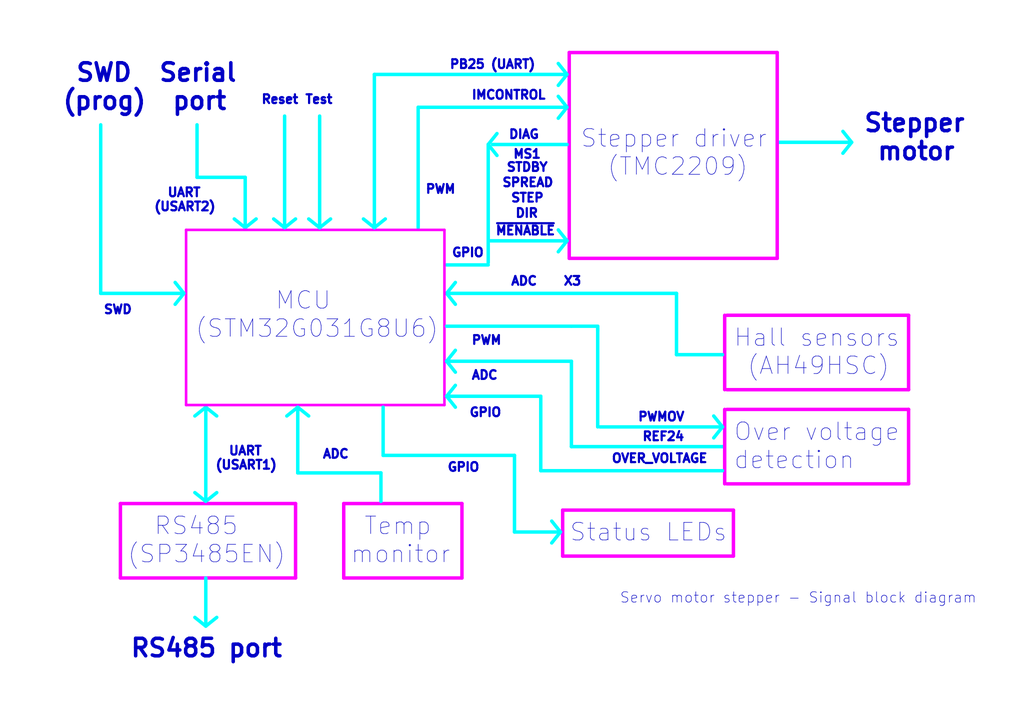
<source format=kicad_sch>
(kicad_sch (version 20230121) (generator eeschema)
  (paper "A4")
  (title_block (title "Servo motor stepper M4 -  Signal block diagram") (date "2024-03-07") (rev "V1"))
  (lib_symbols)
  (polyline (pts (xy 173.355 95.25) (xy 173.355 123.825)) (stroke (width 1) (type solid) (color 0 255 255 1)))
  (polyline (pts (xy 263.525 140.335) (xy 210.82 140.335)) (stroke (width 1) (type solid) (color 255 0 255 1)))
  (polyline (pts (xy 132.08 107.95) (xy 129.54 104.775)) (stroke (width 1) (type solid) (color 0 255 255 1)))
  (polyline (pts (xy 263.525 118.745) (xy 263.525 140.335)) (stroke (width 1) (type solid) (color 255 0 255 1)))
  (polyline (pts (xy 141.605 41.91) (xy 144.145 38.735)) (stroke (width 1) (type solid) (color 0 255 255 1)))
  (polyline (pts (xy 108.585 66.04) (xy 108.585 21.59)) (stroke (width 1) (type solid) (color 0 255 255 1)))
  (polyline (pts (xy 129.54 114.935) (xy 132.08 111.76)) (stroke (width 1) (type solid) (color 0 255 255 1)))
  (polyline (pts (xy 173.355 94.615) (xy 173.355 95.885)) (stroke (width 1) (type solid) (color 0 255 255 1)))
  (polyline (pts (xy 57.15 51.435) (xy 71.12 51.435)) (stroke (width 1) (type solid) (color 0 255 255 1)))
  (polyline (pts (xy 121.285 66.04) (xy 121.285 31.115)) (stroke (width 1) (type solid) (color 0 255 255 1)))
  (polyline (pts (xy 149.225 132.08) (xy 149.225 154.305)) (stroke (width 1) (type solid) (color 0 255 255 1)))
  (polyline (pts (xy 164.465 41.91) (xy 142.875 41.91)) (stroke (width 1) (type solid) (color 0 255 255 1)))
  (polyline (pts (xy 62.865 179.07) (xy 59.69 181.61)) (stroke (width 1) (type solid) (color 0 255 255 1)))
  (polyline (pts (xy 144.145 45.085) (xy 141.605 41.91)) (stroke (width 1) (type solid) (color 0 255 255 1)))
  (polyline (pts (xy 86.36 118.11) (xy 89.535 120.65)) (stroke (width 1) (type solid) (color 0 255 255 1)))
  (polyline (pts (xy 210.82 118.745) (xy 263.525 118.745)) (stroke (width 1) (type solid) (color 255 0 255 1)))
  (polyline (pts (xy 53.34 85.09) (xy 50.8 88.265)) (stroke (width 1) (type solid) (color 0 255 255 1)))
  (polyline (pts (xy 156.845 114.935) (xy 156.845 136.525)) (stroke (width 1) (type solid) (color 0 255 255 1)))
  (polyline (pts (xy 210.185 91.44) (xy 210.185 113.03)) (stroke (width 1) (type solid) (color 255 0 255 1)))
  (polyline (pts (xy 247.015 41.275) (xy 244.475 44.45)) (stroke (width 1) (type solid) (color 0 255 255 1)))
  (polyline (pts (xy 82.55 33.655) (xy 82.55 65.405)) (stroke (width 1) (type solid) (color 0 255 255 1)))
  (polyline (pts (xy 164.465 69.85) (xy 161.925 73.025)) (stroke (width 1) (type solid) (color 0 255 255 1)))
  (polyline (pts (xy 74.295 63.5) (xy 71.12 66.04)) (stroke (width 1) (type solid) (color 0 255 255 1)))
  (polyline (pts (xy 212.725 161.29) (xy 163.195 161.29)) (stroke (width 1) (type solid) (color 255 0 255 1)))
  (polyline (pts (xy 162.56 154.305) (xy 149.225 154.305)) (stroke (width 1) (type solid) (color 0 255 255 1)))
  (polyline (pts (xy 86.36 137.16) (xy 110.49 137.16)) (stroke (width 1) (type solid) (color 0 255 255 1)))
  (polyline (pts (xy 196.215 85.09) (xy 196.215 102.87)) (stroke (width 1) (type solid) (color 0 255 255 1)))
  (polyline (pts (xy 99.695 146.05) (xy 99.695 167.64)) (stroke (width 1) (type solid) (color 255 0 255 1)))
  (polyline (pts (xy 29.21 85.09) (xy 29.21 36.195)) (stroke (width 1) (type solid) (color 0 255 255 1)))
  (polyline (pts (xy 207.01 120.65) (xy 209.55 123.825)) (stroke (width 1) (type solid) (color 0 255 255 1)))
  (polyline (pts (xy 82.55 66.04) (xy 79.375 63.5)) (stroke (width 1) (type solid) (color 0 255 255 1)))
  (polyline (pts (xy 92.71 66.04) (xy 89.535 63.5)) (stroke (width 1) (type solid) (color 0 255 255 1)))
  (polyline (pts (xy 165.1 15.24) (xy 165.1 74.93)) (stroke (width 1) (type solid) (color 255 0 255 1)))
  (polyline (pts (xy 156.845 114.935) (xy 130.175 114.935)) (stroke (width 1) (type solid) (color 0 255 255 1)))
  (polyline (pts (xy 161.925 27.94) (xy 164.465 31.115)) (stroke (width 1) (type solid) (color 0 255 255 1)))
  (polyline (pts (xy 161.925 18.415) (xy 164.465 21.59)) (stroke (width 1) (type solid) (color 0 255 255 1)))
  (polyline (pts (xy 83.185 120.65) (xy 86.36 118.11)) (stroke (width 1) (type solid) (color 0 255 255 1)))
  (polyline (pts (xy 128.905 66.675) (xy 128.905 117.475)) (stroke (width 0.75) (type solid) (color 255 0 255 1)))
  (polyline (pts (xy 108.585 21.59) (xy 163.83 21.59)) (stroke (width 1) (type solid) (color 0 255 255 1)))
  (polyline (pts (xy 129.54 76.835) (xy 141.605 76.835)) (stroke (width 1) (type solid) (color 0 255 255 1)))
  (polyline (pts (xy 59.69 167.64) (xy 59.69 180.975)) (stroke (width 1) (type solid) (color 0 255 255 1)))
  (polyline (pts (xy 133.985 167.64) (xy 99.695 167.64)) (stroke (width 1) (type solid) (color 255 0 255 1)))
  (polyline (pts (xy 110.49 137.16) (xy 110.49 145.415)) (stroke (width 1) (type solid) (color 0 255 255 1)))
  (polyline (pts (xy 225.425 74.93) (xy 165.1 74.93)) (stroke (width 1) (type solid) (color 255 0 255 1)))
  (polyline (pts (xy 142.24 69.85) (xy 163.83 69.85)) (stroke (width 1) (type solid) (color 0 255 255 1)))
  (polyline (pts (xy 111.76 63.5) (xy 108.585 66.04)) (stroke (width 1) (type solid) (color 0 255 255 1)))
  (polyline (pts (xy 161.925 66.675) (xy 164.465 69.85)) (stroke (width 1) (type solid) (color 0 255 255 1)))
  (polyline (pts (xy 128.905 117.475) (xy 53.975 117.475)) (stroke (width 0.75) (type solid) (color 255 0 255 1)))
  (polyline (pts (xy 165.735 94.615) (xy 173.355 94.615)) (stroke (width 1) (type solid) (color 0 255 255 1)))
  (polyline (pts (xy 162.56 154.305) (xy 160.02 157.48)) (stroke (width 1) (type solid) (color 0 255 255 1)))
  (polyline (pts (xy 59.69 118.11) (xy 59.69 144.78)) (stroke (width 1) (type solid) (color 0 255 255 1)))
  (polyline (pts (xy 99.695 146.05) (xy 133.985 146.05)) (stroke (width 1) (type solid) (color 255 0 255 1)))
  (polyline (pts (xy 244.475 38.1) (xy 247.015 41.275)) (stroke (width 1) (type solid) (color 0 255 255 1)))
  (polyline (pts (xy 263.525 113.03) (xy 210.82 113.03)) (stroke (width 1) (type solid) (color 255 0 255 1)))
  (polyline (pts (xy 164.465 21.59) (xy 161.925 24.765)) (stroke (width 1) (type solid) (color 0 255 255 1)))
  (polyline (pts (xy 226.06 41.275) (xy 246.38 41.275)) (stroke (width 1) (type solid) (color 0 255 255 1)))
  (polyline (pts (xy 111.125 132.08) (xy 149.225 132.08)) (stroke (width 1) (type solid) (color 0 255 255 1)))
  (polyline (pts (xy 132.08 88.265) (xy 129.54 85.09)) (stroke (width 1) (type solid) (color 0 255 255 1)))
  (polyline (pts (xy 173.99 123.825) (xy 209.55 123.825)) (stroke (width 1) (type solid) (color 0 255 255 1)))
  (polyline (pts (xy 85.725 63.5) (xy 82.55 66.04)) (stroke (width 1) (type solid) (color 0 255 255 1)))
  (polyline (pts (xy 53.975 66.675) (xy 128.905 66.675)) (stroke (width 0.75) (type solid) (color 255 0 255 1)))
  (polyline (pts (xy 59.69 118.11) (xy 62.865 120.65)) (stroke (width 1) (type solid) (color 0 255 255 1)))
  (polyline (pts (xy 132.08 118.11) (xy 129.54 114.935)) (stroke (width 1) (type solid) (color 0 255 255 1)))
  (polyline (pts (xy 111.125 118.11) (xy 111.125 132.08)) (stroke (width 1) (type solid) (color 0 255 255 1)))
  (polyline (pts (xy 59.69 145.415) (xy 56.515 142.875)) (stroke (width 1) (type solid) (color 0 255 255 1)))
  (polyline (pts (xy 165.735 94.615) (xy 129.54 94.615)) (stroke (width 1) (type solid) (color 0 255 255 1)))
  (polyline (pts (xy 163.195 147.955) (xy 163.195 161.29)) (stroke (width 1) (type solid) (color 255 0 255 1)))
  (polyline (pts (xy 59.69 181.61) (xy 56.515 179.07)) (stroke (width 1) (type solid) (color 0 255 255 1)))
  (polyline (pts (xy 29.21 85.09) (xy 52.705 85.09)) (stroke (width 1) (type solid) (color 0 255 255 1)))
  (polyline (pts (xy 34.925 146.05) (xy 85.725 146.05)) (stroke (width 1) (type solid) (color 255 0 255 1)))
  (polyline (pts (xy 196.215 85.09) (xy 130.175 85.09)) (stroke (width 1) (type solid) (color 0 255 255 1)))
  (polyline (pts (xy 85.725 167.64) (xy 34.925 167.64)) (stroke (width 1) (type solid) (color 255 0 255 1)))
  (polyline (pts (xy 209.55 123.825) (xy 207.01 127)) (stroke (width 1) (type solid) (color 0 255 255 1)))
  (polyline (pts (xy 121.285 31.115) (xy 163.83 31.115)) (stroke (width 1) (type solid) (color 0 255 255 1)))
  (polyline (pts (xy 160.02 151.13) (xy 162.56 154.305)) (stroke (width 1) (type solid) (color 0 255 255 1)))
  (polyline (pts (xy 141.605 76.2) (xy 141.605 41.91)) (stroke (width 1) (type solid) (color 0 255 255 1)))
  (polyline (pts (xy 53.975 66.675) (xy 53.975 117.475)) (stroke (width 0.75) (type solid) (color 255 0 255 1)))
  (polyline (pts (xy 210.82 91.44) (xy 263.525 91.44)) (stroke (width 1) (type solid) (color 255 0 255 1)))
  (polyline (pts (xy 209.55 136.525) (xy 156.845 136.525)) (stroke (width 1) (type solid) (color 0 255 255 1)))
  (polyline (pts (xy 129.54 104.775) (xy 132.08 101.6)) (stroke (width 1) (type solid) (color 0 255 255 1)))
  (polyline (pts (xy 164.465 31.115) (xy 161.925 34.29)) (stroke (width 1) (type solid) (color 0 255 255 1)))
  (polyline (pts (xy 225.425 15.24) (xy 225.425 74.93)) (stroke (width 1) (type solid) (color 255 0 255 1)))
  (polyline (pts (xy 50.8 81.915) (xy 53.34 85.09)) (stroke (width 1) (type solid) (color 0 255 255 1)))
  (polyline (pts (xy 163.195 147.955) (xy 212.725 147.955)) (stroke (width 1) (type solid) (color 255 0 255 1)))
  (polyline (pts (xy 71.12 66.04) (xy 67.945 63.5)) (stroke (width 1) (type solid) (color 0 255 255 1)))
  (polyline (pts (xy 85.725 146.05) (xy 85.725 167.64)) (stroke (width 1) (type solid) (color 255 0 255 1)))
  (polyline (pts (xy 71.12 51.435) (xy 71.12 65.405)) (stroke (width 1) (type solid) (color 0 255 255 1)))
  (polyline (pts (xy 165.735 104.775) (xy 130.175 104.775)) (stroke (width 1) (type solid) (color 0 255 255 1)))
  (polyline (pts (xy 86.36 118.11) (xy 86.36 137.16)) (stroke (width 1) (type solid) (color 0 255 255 1)))
  (polyline (pts (xy 34.925 146.05) (xy 34.925 167.64)) (stroke (width 1) (type solid) (color 255 0 255 1)))
  (polyline (pts (xy 62.865 142.875) (xy 59.69 145.415)) (stroke (width 1) (type solid) (color 0 255 255 1)))
  (polyline (pts (xy 57.15 51.435) (xy 57.15 36.195)) (stroke (width 1) (type solid) (color 0 255 255 1)))
  (polyline (pts (xy 133.985 146.05) (xy 133.985 167.64)) (stroke (width 1) (type solid) (color 255 0 255 1)))
  (polyline (pts (xy 165.735 129.54) (xy 209.55 129.54)) (stroke (width 1) (type solid) (color 0 255 255 1)))
  (polyline (pts (xy 263.525 91.44) (xy 263.525 113.03)) (stroke (width 1) (type solid) (color 255 0 255 1)))
  (polyline (pts (xy 92.71 33.655) (xy 92.71 65.405)) (stroke (width 1) (type solid) (color 0 255 255 1)))
  (polyline (pts (xy 108.585 66.04) (xy 105.41 63.5)) (stroke (width 1) (type solid) (color 0 255 255 1)))
  (polyline (pts (xy 95.885 63.5) (xy 92.71 66.04)) (stroke (width 1) (type solid) (color 0 255 255 1)))
  (polyline (pts (xy 165.1 15.24) (xy 225.425 15.24)) (stroke (width 1) (type solid) (color 255 0 255 1)))
  (polyline (pts (xy 165.735 104.775) (xy 165.735 129.54)) (stroke (width 1) (type solid) (color 0 255 255 1)))
  (polyline (pts (xy 209.55 102.87) (xy 196.215 102.87)) (stroke (width 1) (type solid) (color 0 255 255 1)))
  (polyline (pts (xy 56.515 120.65) (xy 59.69 118.11)) (stroke (width 1) (type solid) (color 0 255 255 1)))
  (polyline (pts (xy 212.725 147.955) (xy 212.725 161.29)) (stroke (width 1) (type solid) (color 255 0 255 1)))
  (polyline (pts (xy 210.185 118.745) (xy 210.185 140.335)) (stroke (width 1) (type solid) (color 255 0 255 1)))
  (polyline (pts (xy 129.54 85.09) (xy 132.08 81.915)) (stroke (width 1) (type solid) (color 0 255 255 1)))
  (text "~{MENABLE}" (at 143.51 68.58 0) (effects (font (size 2.54 2.54) (thickness 1.016) bold) (justify left bottom)))
  (text "Stepper driver\n  (TMC2209)" (at 168.275 51.435 0) (effects (font (size 5.08 5.08)) (justify left bottom)))
  (text "Serial\n port" (at 45.72 32.385 0) (effects (font (size 5.08 5.08) (thickness 1.016) bold) (justify left bottom)))
  (text "REF24" (at 186.055 128.27 0) (effects (font (size 2.54 2.54) (thickness 1.016) bold) (justify left bottom)))
  (text "  RS485\n(SP3485EN)" (at 36.83 163.83 0) (effects (font (size 5.08 5.08)) (justify left bottom)))
  (text "PB25 (UART)" (at 130.175 20.32 0) (effects (font (size 2.54 2.54) (thickness 1.016) bold) (justify left bottom)))
  (text " Temp\nmonitor" (at 101.6 163.83 0) (effects (font (size 5.08 5.08)) (justify left bottom)))
  (text "  UART\n(USART2)" (at 44.45 61.595 0) (effects (font (size 2.54 2.54) (thickness 1.016) bold) (justify left bottom)))
  (text "      MCU\n(STM32G031G8U6)" (at 56.515 98.425 0) (effects (font (size 5.08 5.08)) (justify left bottom)))
  (text "IMCONTROL" (at 136.525 29.21 0) (effects (font (size 2.54 2.54) (thickness 1.016) bold) (justify left bottom)))
  (text "ADC" (at 93.345 133.35 0) (effects (font (size 2.54 2.54) (thickness 1.016) bold) (justify left bottom)))
  (text "  UART\n(USART1)" (at 62.23 136.525 0) (effects (font (size 2.54 2.54) (thickness 1.016) bold) (justify left bottom)))
  (text "PWM" (at 136.525 100.33 0) (effects (font (size 2.54 2.54) (thickness 1.016) bold) (justify left bottom)))
  (text "GPIO" (at 130.81 74.93 0) (effects (font (size 2.54 2.54) (thickness 1.016) bold) (justify left bottom)))
  (text "STEP" (at 147.955 59.055 0) (effects (font (size 2.54 2.54) (thickness 1.016) bold) (justify left bottom)))
  (text "X3" (at 163.195 83.185 0) (effects (font (size 2.54 2.54) (thickness 1.016) bold) (justify left bottom)))
  (text " SWD\n(prog)" (at 17.78 32.385 0) (effects (font (size 5.08 5.08) (thickness 1.016) bold) (justify left bottom)))
  (text "Over voltage\ndetection" (at 212.725 136.525 0) (effects (font (size 5.08 5.08)) (justify left bottom)))
  (text "OVER_VOLTAGE" (at 177.165 134.62 0) (effects (font (size 2.54 2.54) (thickness 1.016) bold) (justify left bottom)))
  (text "Status LEDs" (at 165.1 157.48 0) (effects (font (size 5.08 5.08)) (justify left bottom)))
  (text "ADC" (at 136.525 110.49 0) (effects (font (size 2.54 2.54) (thickness 1.016) bold) (justify left bottom)))
  (text "Test" (at 88.265 30.48 0) (effects (font (size 2.54 2.54) (thickness 1.016) bold) (justify left bottom)))
  (text "ADC" (at 147.955 83.185 0) (effects (font (size 2.54 2.54) (thickness 1.016) bold) (justify left bottom)))
  (text "PWMOV" (at 184.785 122.555 0) (effects (font (size 2.54 2.54) (thickness 1.016) bold) (justify left bottom)))
  (text "Reset" (at 75.565 30.48 0) (effects (font (size 2.54 2.54) (thickness 1.016) bold) (justify left bottom)))
  (text "STDBY" (at 146.685 50.165 0) (effects (font (size 2.54 2.54) (thickness 1.016) bold) (justify left bottom)))
  (text "MS1" (at 148.59 46.355 0) (effects (font (size 2.54 2.54) (thickness 1.016) bold) (justify left bottom)))
  (text "DIR" (at 149.225 63.5 0) (effects (font (size 2.54 2.54) (thickness 1.016) bold) (justify left bottom)))
  (text "Stepper\n motor" (at 250.19 46.99 0) (effects (font (size 5.08 5.08) (thickness 1.016) bold) (justify left bottom)))
  (text "PWM" (at 123.19 56.515 0) (effects (font (size 2.54 2.54) (thickness 1.016) bold) (justify left bottom)))
  (text "SPREAD" (at 145.415 54.61 0) (effects (font (size 2.54 2.54) (thickness 1.016) bold) (justify left bottom)))
  (text "GPIO" (at 135.89 121.285 0) (effects (font (size 2.54 2.54) (thickness 1.016) bold) (justify left bottom)))
  (text "RS485 port" (at 37.465 191.135 0) (effects (font (size 5.08 5.08) (thickness 1.016) bold) (justify left bottom)))
  (text "Servo motor stepper - Signal block diagram" (at 179.705 175.26 0) (effects (font (size 3 3)) (justify left bottom)))
  (text "DIAG" (at 147.32 40.64 0) (effects (font (size 2.54 2.54) (thickness 1.016) bold) (justify left bottom)))
  (text "Hall sensors\n (AH49HSC)" (at 212.725 109.22 0) (effects (font (size 5.08 5.08)) (justify left bottom)))
  (text "SWD" (at 29.845 91.44 0) (effects (font (size 2.54 2.54) (thickness 1.016) bold) (justify left bottom)))
  (text "GPIO" (at 129.54 137.16 0) (effects (font (size 2.54 2.54) (thickness 1.016) bold) (justify left bottom)))
)
</source>
